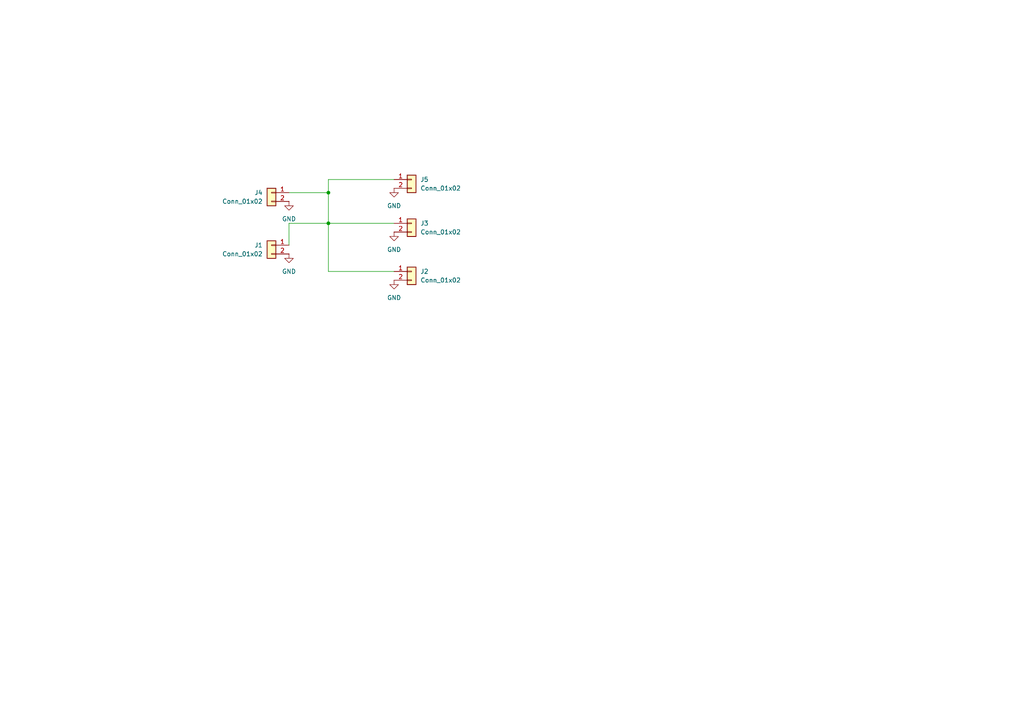
<source format=kicad_sch>
(kicad_sch (version 20231120) (generator "eeschema") (generator_version "8.0")
  (paper "A4")
  (lib_symbols
    (symbol "Connector_Generic:Conn_01x02" (pin_names (offset 1.016) hide)
      (property "Reference" "J" (at 0 2.54 0))
      (property "Value" "Conn_01x02" (at 0 -5.08 0))
      (symbol "Conn_01x02_1_1"
        (rectangle (start -1.27 -2.413) (end 0 -2.667) (stroke (width 0.1524)))
        (rectangle (start -1.27 0.127) (end 0 -0.127) (stroke (width 0.1524)))
        (rectangle (start -1.27 1.27) (end 1.27 -3.81) (stroke (width 0.254)) (fill (type background)))
        (pin passive line (at -5.08 0 0) (length 3.81) (name "Pin_1") (number "1"))
        (pin passive line (at -5.08 -2.54 0) (length 3.81) (name "Pin_2") (number "2"))
      )
    )
    (symbol "power:GND" (power) (pin_numbers hide) (pin_names (offset 0) hide)
      (property "Value" "GND" (at 0 -3.81 0))
      (symbol "GND_0_1"
        (polyline (pts (xy 0 0) (xy 0 -1.27) (xy 1.27 -1.27) (xy 0 -2.54) (xy -1.27 -1.27) (xy 0 -1.27)))
      )
      (symbol "GND_1_1"
        (pin power_in line (at 0 0 270) (length 0) (name "~") (number "1"))
      )
    )
  )
  (junction (at 95.25 64.77))
  (junction (at 95.25 55.88))
  (wire (pts (xy 95.25 64.77) (xy 95.25 78.74)))
  (wire (pts (xy 83.82 71.12) (xy 83.82 64.77)))
  (wire (pts (xy 95.25 55.88) (xy 95.25 52.07)))
  (wire (pts (xy 83.82 64.77) (xy 95.25 64.77)))
  (wire (pts (xy 95.25 55.88) (xy 83.82 55.88)))
  (wire (pts (xy 95.25 52.07) (xy 114.3 52.07)))
  (wire (pts (xy 95.25 78.74) (xy 114.3 78.74)))
  (wire (pts (xy 95.25 64.77) (xy 95.25 55.88)))
  (wire (pts (xy 95.25 64.77) (xy 114.3 64.77)))
  (symbol (lib_id "power:GND") (at 114.3 54.61 0) (unit 1)
    (property "Reference" "#PWR05" (effects (hide yes)))
    (property "Value" "GND" (at 114.3 59.69 0))
    (property "Description" "Power symbol creates a global label with name \"GND\" , ground" (effects (hide yes)))
  )
  (symbol (lib_id "Connector_Generic:Conn_01x02") (at 119.38 52.07 0) (unit 1)
    (property "Reference" "J5" (at 121.92 52.0699 0) (effects (justify left)))
    (property "Value" "Conn_01x02" (at 121.92 54.6099 0) (effects (justify left)))
    (property "Footprint" "deans_fp:Deans Connector Female" (effects (hide yes)))
    (property "Description" "Generic connector, single row, 01x02, script generated (kicad-library-utils/schlib/autogen/connector/)" (effects (hide yes)))
  )
  (symbol (lib_id "power:GND") (at 83.82 58.42 0) (mirror y) (unit 1)
    (property "Reference" "#PWR04" (effects (hide yes)))
    (property "Value" "GND" (at 83.82 63.5 0))
    (property "Description" "Power symbol creates a global label with name \"GND\" , ground" (effects (hide yes)))
  )
  (symbol (lib_id "power:GND") (at 83.82 73.66 0) (mirror y) (unit 1)
    (property "Reference" "#PWR01" (effects (hide yes)))
    (property "Value" "GND" (at 83.82 78.74 0))
    (property "Description" "Power symbol creates a global label with name \"GND\" , ground" (effects (hide yes)))
  )
  (symbol (lib_id "Connector_Generic:Conn_01x02") (at 78.74 71.12 0) (mirror y) (unit 1)
    (property "Reference" "J1" (at 76.2 71.1199 0) (effects (justify left)))
    (property "Value" "Conn_01x02" (at 76.2 73.6599 0) (effects (justify left)))
    (property "Footprint" "deans_fp:Deans Connector Male" (effects (hide yes)))
    (property "Description" "Generic connector, single row, 01x02, script generated (kicad-library-utils/schlib/autogen/connector/)" (effects (hide yes)))
  )
  (symbol (lib_id "power:GND") (at 114.3 81.28 0) (unit 1)
    (property "Reference" "#PWR02" (effects (hide yes)))
    (property "Value" "GND" (at 114.3 86.36 0))
    (property "Description" "Power symbol creates a global label with name \"GND\" , ground" (effects (hide yes)))
  )
  (symbol (lib_id "Connector_Generic:Conn_01x02") (at 119.38 78.74 0) (unit 1)
    (property "Reference" "J2" (at 121.92 78.7399 0) (effects (justify left)))
    (property "Value" "Conn_01x02" (at 121.92 81.2799 0) (effects (justify left)))
    (property "Footprint" "deans_fp:Deans Connector Female" (effects (hide yes)))
    (property "Description" "Generic connector, single row, 01x02, script generated (kicad-library-utils/schlib/autogen/connector/)" (effects (hide yes)))
  )
  (symbol (lib_id "Connector_Generic:Conn_01x02") (at 78.74 55.88 0) (mirror y) (unit 1)
    (property "Reference" "J4" (at 76.2 55.8799 0) (effects (justify left)))
    (property "Value" "Conn_01x02" (at 76.2 58.4199 0) (effects (justify left)))
    (property "Footprint" "deans_fp:Deans Connector Male" (effects (hide yes)))
    (property "Description" "Generic connector, single row, 01x02, script generated (kicad-library-utils/schlib/autogen/connector/)" (effects (hide yes)))
  )
  (symbol (lib_id "Connector_Generic:Conn_01x02") (at 119.38 64.77 0) (unit 1)
    (property "Reference" "J3" (at 121.92 64.7699 0) (effects (justify left)))
    (property "Value" "Conn_01x02" (at 121.92 67.3099 0) (effects (justify left)))
    (property "Footprint" "deans_fp:Deans Connector Female" (effects (hide yes)))
    (property "Description" "Generic connector, single row, 01x02, script generated (kicad-library-utils/schlib/autogen/connector/)" (effects (hide yes)))
  )
  (symbol (lib_id "power:GND") (at 114.3 67.31 0) (unit 1)
    (property "Reference" "#PWR03" (effects (hide yes)))
    (property "Value" "GND" (at 114.3 72.39 0))
    (property "Description" "Power symbol creates a global label with name \"GND\" , ground" (effects (hide yes)))
  )
)
</source>
